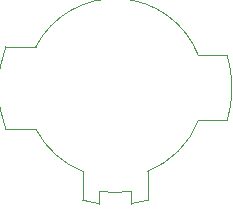
<source format=gm1>
%TF.GenerationSoftware,KiCad,Pcbnew,(5.1.8-0-10_14)*%
%TF.CreationDate,2021-04-23T14:11:37-04:00*%
%TF.ProjectId,Custom_Piezo_Sensor_PCB,43757374-6f6d-45f5-9069-657a6f5f5365,rev?*%
%TF.SameCoordinates,Original*%
%TF.FileFunction,Profile,NP*%
%FSLAX46Y46*%
G04 Gerber Fmt 4.6, Leading zero omitted, Abs format (unit mm)*
G04 Created by KiCad (PCBNEW (5.1.8-0-10_14)) date 2021-04-23 14:11:37*
%MOMM*%
%LPD*%
G01*
G04 APERTURE LIST*
%TA.AperFunction,Profile*%
%ADD10C,0.050000*%
%TD*%
G04 APERTURE END LIST*
D10*
X143293207Y-146495160D02*
X140750001Y-146500001D01*
X157049999Y-147250001D02*
X159499455Y-147248122D01*
X159499999Y-152749999D02*
X157050892Y-152747709D01*
X152749999Y-157049999D02*
X152750549Y-159502471D01*
X148656341Y-158750975D02*
X148650189Y-159797473D01*
X151349999Y-158749999D02*
X151349999Y-159799999D01*
X147251939Y-157041885D02*
X147250001Y-159499999D01*
X140752991Y-153507891D02*
X143300001Y-153499999D01*
X143293206Y-146495160D02*
G75*
G02*
X157049999Y-147250001I6706794J-3504840D01*
G01*
X157050892Y-152747709D02*
G75*
G02*
X152749999Y-157049999I-7050892J2747709D01*
G01*
X147251939Y-157041884D02*
G75*
G02*
X143300001Y-153499999I2748061J7041884D01*
G01*
X152750550Y-159502471D02*
G75*
G02*
X151349999Y-159799999I-2750550J9502471D01*
G01*
X148650189Y-159797473D02*
G75*
G02*
X147250001Y-159499999I1349811J9797473D01*
G01*
X140752991Y-153507891D02*
G75*
G02*
X140750001Y-146500001I9247009J3507891D01*
G01*
X159499455Y-147248122D02*
G75*
G02*
X159499999Y-152749999I-9499455J-2751878D01*
G01*
X148656342Y-158750975D02*
G75*
G03*
X151349999Y-158749999I1343658J8750975D01*
G01*
M02*

</source>
